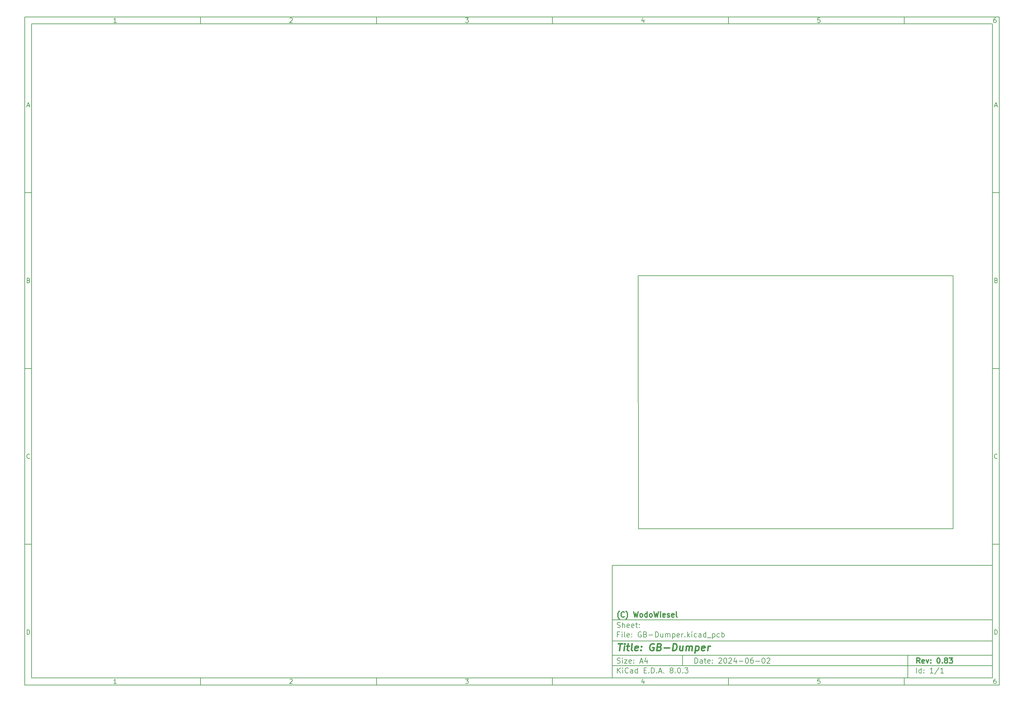
<source format=gbr>
%TF.GenerationSoftware,KiCad,Pcbnew,8.0.3*%
%TF.CreationDate,2024-06-28T19:00:12+02:00*%
%TF.ProjectId,GB-Dumper,47422d44-756d-4706-9572-2e6b69636164,0.83*%
%TF.SameCoordinates,PXafee930PY945b7e0*%
%TF.FileFunction,Other,User*%
%FSLAX46Y46*%
G04 Gerber Fmt 4.6, Leading zero omitted, Abs format (unit mm)*
G04 Created by KiCad (PCBNEW 8.0.3) date 2024-06-28 19:00:12*
%MOMM*%
%LPD*%
G01*
G04 APERTURE LIST*
%ADD10C,0.100000*%
%ADD11C,0.150000*%
%ADD12C,0.300000*%
%ADD13C,0.400000*%
%TA.AperFunction,Profile*%
%ADD14C,0.150000*%
%TD*%
G04 APERTURE END LIST*
D10*
D11*
X-7475800Y-10443200D02*
X100524200Y-10443200D01*
X100524200Y-42443200D01*
X-7475800Y-42443200D01*
X-7475800Y-10443200D01*
D10*
D11*
X-174478000Y145564000D02*
X102524200Y145564000D01*
X102524200Y-44443200D01*
X-174478000Y-44443200D01*
X-174478000Y145564000D01*
D10*
D11*
X-172478000Y143564000D02*
X100524200Y143564000D01*
X100524200Y-42443200D01*
X-172478000Y-42443200D01*
X-172478000Y143564000D01*
D10*
D11*
X-124478000Y143564000D02*
X-124478000Y145564000D01*
D10*
D11*
X-74478000Y143564000D02*
X-74478000Y145564000D01*
D10*
D11*
X-24478000Y143564000D02*
X-24478000Y145564000D01*
D10*
D11*
X25522000Y143564000D02*
X25522000Y145564000D01*
D10*
D11*
X75522000Y143564000D02*
X75522000Y145564000D01*
D10*
D11*
X-148388840Y143970396D02*
X-149131697Y143970396D01*
X-148760269Y143970396D02*
X-148760269Y145270396D01*
X-148760269Y145270396D02*
X-148884078Y145084681D01*
X-148884078Y145084681D02*
X-149007888Y144960872D01*
X-149007888Y144960872D02*
X-149131697Y144898967D01*
D10*
D11*
X-99131697Y145146586D02*
X-99069793Y145208491D01*
X-99069793Y145208491D02*
X-98945983Y145270396D01*
X-98945983Y145270396D02*
X-98636459Y145270396D01*
X-98636459Y145270396D02*
X-98512650Y145208491D01*
X-98512650Y145208491D02*
X-98450745Y145146586D01*
X-98450745Y145146586D02*
X-98388840Y145022777D01*
X-98388840Y145022777D02*
X-98388840Y144898967D01*
X-98388840Y144898967D02*
X-98450745Y144713253D01*
X-98450745Y144713253D02*
X-99193602Y143970396D01*
X-99193602Y143970396D02*
X-98388840Y143970396D01*
D10*
D11*
X-49193602Y145270396D02*
X-48388840Y145270396D01*
X-48388840Y145270396D02*
X-48822174Y144775158D01*
X-48822174Y144775158D02*
X-48636459Y144775158D01*
X-48636459Y144775158D02*
X-48512650Y144713253D01*
X-48512650Y144713253D02*
X-48450745Y144651348D01*
X-48450745Y144651348D02*
X-48388840Y144527539D01*
X-48388840Y144527539D02*
X-48388840Y144218015D01*
X-48388840Y144218015D02*
X-48450745Y144094205D01*
X-48450745Y144094205D02*
X-48512650Y144032300D01*
X-48512650Y144032300D02*
X-48636459Y143970396D01*
X-48636459Y143970396D02*
X-49007888Y143970396D01*
X-49007888Y143970396D02*
X-49131697Y144032300D01*
X-49131697Y144032300D02*
X-49193602Y144094205D01*
D10*
D11*
X1487350Y144837062D02*
X1487350Y143970396D01*
X1177826Y145332300D02*
X868303Y144403729D01*
X868303Y144403729D02*
X1673064Y144403729D01*
D10*
D11*
X51549255Y145270396D02*
X50930207Y145270396D01*
X50930207Y145270396D02*
X50868303Y144651348D01*
X50868303Y144651348D02*
X50930207Y144713253D01*
X50930207Y144713253D02*
X51054017Y144775158D01*
X51054017Y144775158D02*
X51363541Y144775158D01*
X51363541Y144775158D02*
X51487350Y144713253D01*
X51487350Y144713253D02*
X51549255Y144651348D01*
X51549255Y144651348D02*
X51611160Y144527539D01*
X51611160Y144527539D02*
X51611160Y144218015D01*
X51611160Y144218015D02*
X51549255Y144094205D01*
X51549255Y144094205D02*
X51487350Y144032300D01*
X51487350Y144032300D02*
X51363541Y143970396D01*
X51363541Y143970396D02*
X51054017Y143970396D01*
X51054017Y143970396D02*
X50930207Y144032300D01*
X50930207Y144032300D02*
X50868303Y144094205D01*
D10*
D11*
X101487350Y145270396D02*
X101239731Y145270396D01*
X101239731Y145270396D02*
X101115922Y145208491D01*
X101115922Y145208491D02*
X101054017Y145146586D01*
X101054017Y145146586D02*
X100930207Y144960872D01*
X100930207Y144960872D02*
X100868303Y144713253D01*
X100868303Y144713253D02*
X100868303Y144218015D01*
X100868303Y144218015D02*
X100930207Y144094205D01*
X100930207Y144094205D02*
X100992112Y144032300D01*
X100992112Y144032300D02*
X101115922Y143970396D01*
X101115922Y143970396D02*
X101363541Y143970396D01*
X101363541Y143970396D02*
X101487350Y144032300D01*
X101487350Y144032300D02*
X101549255Y144094205D01*
X101549255Y144094205D02*
X101611160Y144218015D01*
X101611160Y144218015D02*
X101611160Y144527539D01*
X101611160Y144527539D02*
X101549255Y144651348D01*
X101549255Y144651348D02*
X101487350Y144713253D01*
X101487350Y144713253D02*
X101363541Y144775158D01*
X101363541Y144775158D02*
X101115922Y144775158D01*
X101115922Y144775158D02*
X100992112Y144713253D01*
X100992112Y144713253D02*
X100930207Y144651348D01*
X100930207Y144651348D02*
X100868303Y144527539D01*
D10*
D11*
X-124478000Y-42443200D02*
X-124478000Y-44443200D01*
D10*
D11*
X-74478000Y-42443200D02*
X-74478000Y-44443200D01*
D10*
D11*
X-24478000Y-42443200D02*
X-24478000Y-44443200D01*
D10*
D11*
X25522000Y-42443200D02*
X25522000Y-44443200D01*
D10*
D11*
X75522000Y-42443200D02*
X75522000Y-44443200D01*
D10*
D11*
X-148388840Y-44036804D02*
X-149131697Y-44036804D01*
X-148760269Y-44036804D02*
X-148760269Y-42736804D01*
X-148760269Y-42736804D02*
X-148884078Y-42922519D01*
X-148884078Y-42922519D02*
X-149007888Y-43046328D01*
X-149007888Y-43046328D02*
X-149131697Y-43108233D01*
D10*
D11*
X-99131697Y-42860614D02*
X-99069793Y-42798709D01*
X-99069793Y-42798709D02*
X-98945983Y-42736804D01*
X-98945983Y-42736804D02*
X-98636459Y-42736804D01*
X-98636459Y-42736804D02*
X-98512650Y-42798709D01*
X-98512650Y-42798709D02*
X-98450745Y-42860614D01*
X-98450745Y-42860614D02*
X-98388840Y-42984423D01*
X-98388840Y-42984423D02*
X-98388840Y-43108233D01*
X-98388840Y-43108233D02*
X-98450745Y-43293947D01*
X-98450745Y-43293947D02*
X-99193602Y-44036804D01*
X-99193602Y-44036804D02*
X-98388840Y-44036804D01*
D10*
D11*
X-49193602Y-42736804D02*
X-48388840Y-42736804D01*
X-48388840Y-42736804D02*
X-48822174Y-43232042D01*
X-48822174Y-43232042D02*
X-48636459Y-43232042D01*
X-48636459Y-43232042D02*
X-48512650Y-43293947D01*
X-48512650Y-43293947D02*
X-48450745Y-43355852D01*
X-48450745Y-43355852D02*
X-48388840Y-43479661D01*
X-48388840Y-43479661D02*
X-48388840Y-43789185D01*
X-48388840Y-43789185D02*
X-48450745Y-43912995D01*
X-48450745Y-43912995D02*
X-48512650Y-43974900D01*
X-48512650Y-43974900D02*
X-48636459Y-44036804D01*
X-48636459Y-44036804D02*
X-49007888Y-44036804D01*
X-49007888Y-44036804D02*
X-49131697Y-43974900D01*
X-49131697Y-43974900D02*
X-49193602Y-43912995D01*
D10*
D11*
X1487350Y-43170138D02*
X1487350Y-44036804D01*
X1177826Y-42674900D02*
X868303Y-43603471D01*
X868303Y-43603471D02*
X1673064Y-43603471D01*
D10*
D11*
X51549255Y-42736804D02*
X50930207Y-42736804D01*
X50930207Y-42736804D02*
X50868303Y-43355852D01*
X50868303Y-43355852D02*
X50930207Y-43293947D01*
X50930207Y-43293947D02*
X51054017Y-43232042D01*
X51054017Y-43232042D02*
X51363541Y-43232042D01*
X51363541Y-43232042D02*
X51487350Y-43293947D01*
X51487350Y-43293947D02*
X51549255Y-43355852D01*
X51549255Y-43355852D02*
X51611160Y-43479661D01*
X51611160Y-43479661D02*
X51611160Y-43789185D01*
X51611160Y-43789185D02*
X51549255Y-43912995D01*
X51549255Y-43912995D02*
X51487350Y-43974900D01*
X51487350Y-43974900D02*
X51363541Y-44036804D01*
X51363541Y-44036804D02*
X51054017Y-44036804D01*
X51054017Y-44036804D02*
X50930207Y-43974900D01*
X50930207Y-43974900D02*
X50868303Y-43912995D01*
D10*
D11*
X101487350Y-42736804D02*
X101239731Y-42736804D01*
X101239731Y-42736804D02*
X101115922Y-42798709D01*
X101115922Y-42798709D02*
X101054017Y-42860614D01*
X101054017Y-42860614D02*
X100930207Y-43046328D01*
X100930207Y-43046328D02*
X100868303Y-43293947D01*
X100868303Y-43293947D02*
X100868303Y-43789185D01*
X100868303Y-43789185D02*
X100930207Y-43912995D01*
X100930207Y-43912995D02*
X100992112Y-43974900D01*
X100992112Y-43974900D02*
X101115922Y-44036804D01*
X101115922Y-44036804D02*
X101363541Y-44036804D01*
X101363541Y-44036804D02*
X101487350Y-43974900D01*
X101487350Y-43974900D02*
X101549255Y-43912995D01*
X101549255Y-43912995D02*
X101611160Y-43789185D01*
X101611160Y-43789185D02*
X101611160Y-43479661D01*
X101611160Y-43479661D02*
X101549255Y-43355852D01*
X101549255Y-43355852D02*
X101487350Y-43293947D01*
X101487350Y-43293947D02*
X101363541Y-43232042D01*
X101363541Y-43232042D02*
X101115922Y-43232042D01*
X101115922Y-43232042D02*
X100992112Y-43293947D01*
X100992112Y-43293947D02*
X100930207Y-43355852D01*
X100930207Y-43355852D02*
X100868303Y-43479661D01*
D10*
D11*
X-174478000Y95564000D02*
X-172478000Y95564000D01*
D10*
D11*
X-174478000Y45564000D02*
X-172478000Y45564000D01*
D10*
D11*
X-174478000Y-4436000D02*
X-172478000Y-4436000D01*
D10*
D11*
X-173787524Y120341824D02*
X-173168477Y120341824D01*
X-173911334Y119970396D02*
X-173478001Y121270396D01*
X-173478001Y121270396D02*
X-173044667Y119970396D01*
D10*
D11*
X-173385143Y70651348D02*
X-173199429Y70589443D01*
X-173199429Y70589443D02*
X-173137524Y70527539D01*
X-173137524Y70527539D02*
X-173075620Y70403729D01*
X-173075620Y70403729D02*
X-173075620Y70218015D01*
X-173075620Y70218015D02*
X-173137524Y70094205D01*
X-173137524Y70094205D02*
X-173199429Y70032300D01*
X-173199429Y70032300D02*
X-173323239Y69970396D01*
X-173323239Y69970396D02*
X-173818477Y69970396D01*
X-173818477Y69970396D02*
X-173818477Y71270396D01*
X-173818477Y71270396D02*
X-173385143Y71270396D01*
X-173385143Y71270396D02*
X-173261334Y71208491D01*
X-173261334Y71208491D02*
X-173199429Y71146586D01*
X-173199429Y71146586D02*
X-173137524Y71022777D01*
X-173137524Y71022777D02*
X-173137524Y70898967D01*
X-173137524Y70898967D02*
X-173199429Y70775158D01*
X-173199429Y70775158D02*
X-173261334Y70713253D01*
X-173261334Y70713253D02*
X-173385143Y70651348D01*
X-173385143Y70651348D02*
X-173818477Y70651348D01*
D10*
D11*
X-173075620Y20094205D02*
X-173137524Y20032300D01*
X-173137524Y20032300D02*
X-173323239Y19970396D01*
X-173323239Y19970396D02*
X-173447048Y19970396D01*
X-173447048Y19970396D02*
X-173632762Y20032300D01*
X-173632762Y20032300D02*
X-173756572Y20156110D01*
X-173756572Y20156110D02*
X-173818477Y20279920D01*
X-173818477Y20279920D02*
X-173880381Y20527539D01*
X-173880381Y20527539D02*
X-173880381Y20713253D01*
X-173880381Y20713253D02*
X-173818477Y20960872D01*
X-173818477Y20960872D02*
X-173756572Y21084681D01*
X-173756572Y21084681D02*
X-173632762Y21208491D01*
X-173632762Y21208491D02*
X-173447048Y21270396D01*
X-173447048Y21270396D02*
X-173323239Y21270396D01*
X-173323239Y21270396D02*
X-173137524Y21208491D01*
X-173137524Y21208491D02*
X-173075620Y21146586D01*
D10*
D11*
X-173818477Y-30029604D02*
X-173818477Y-28729604D01*
X-173818477Y-28729604D02*
X-173508953Y-28729604D01*
X-173508953Y-28729604D02*
X-173323239Y-28791509D01*
X-173323239Y-28791509D02*
X-173199429Y-28915319D01*
X-173199429Y-28915319D02*
X-173137524Y-29039128D01*
X-173137524Y-29039128D02*
X-173075620Y-29286747D01*
X-173075620Y-29286747D02*
X-173075620Y-29472461D01*
X-173075620Y-29472461D02*
X-173137524Y-29720080D01*
X-173137524Y-29720080D02*
X-173199429Y-29843890D01*
X-173199429Y-29843890D02*
X-173323239Y-29967700D01*
X-173323239Y-29967700D02*
X-173508953Y-30029604D01*
X-173508953Y-30029604D02*
X-173818477Y-30029604D01*
D10*
D11*
X102524200Y95564000D02*
X100524200Y95564000D01*
D10*
D11*
X102524200Y45564000D02*
X100524200Y45564000D01*
D10*
D11*
X102524200Y-4436000D02*
X100524200Y-4436000D01*
D10*
D11*
X101214676Y120341824D02*
X101833723Y120341824D01*
X101090866Y119970396D02*
X101524199Y121270396D01*
X101524199Y121270396D02*
X101957533Y119970396D01*
D10*
D11*
X101617057Y70651348D02*
X101802771Y70589443D01*
X101802771Y70589443D02*
X101864676Y70527539D01*
X101864676Y70527539D02*
X101926580Y70403729D01*
X101926580Y70403729D02*
X101926580Y70218015D01*
X101926580Y70218015D02*
X101864676Y70094205D01*
X101864676Y70094205D02*
X101802771Y70032300D01*
X101802771Y70032300D02*
X101678961Y69970396D01*
X101678961Y69970396D02*
X101183723Y69970396D01*
X101183723Y69970396D02*
X101183723Y71270396D01*
X101183723Y71270396D02*
X101617057Y71270396D01*
X101617057Y71270396D02*
X101740866Y71208491D01*
X101740866Y71208491D02*
X101802771Y71146586D01*
X101802771Y71146586D02*
X101864676Y71022777D01*
X101864676Y71022777D02*
X101864676Y70898967D01*
X101864676Y70898967D02*
X101802771Y70775158D01*
X101802771Y70775158D02*
X101740866Y70713253D01*
X101740866Y70713253D02*
X101617057Y70651348D01*
X101617057Y70651348D02*
X101183723Y70651348D01*
D10*
D11*
X101926580Y20094205D02*
X101864676Y20032300D01*
X101864676Y20032300D02*
X101678961Y19970396D01*
X101678961Y19970396D02*
X101555152Y19970396D01*
X101555152Y19970396D02*
X101369438Y20032300D01*
X101369438Y20032300D02*
X101245628Y20156110D01*
X101245628Y20156110D02*
X101183723Y20279920D01*
X101183723Y20279920D02*
X101121819Y20527539D01*
X101121819Y20527539D02*
X101121819Y20713253D01*
X101121819Y20713253D02*
X101183723Y20960872D01*
X101183723Y20960872D02*
X101245628Y21084681D01*
X101245628Y21084681D02*
X101369438Y21208491D01*
X101369438Y21208491D02*
X101555152Y21270396D01*
X101555152Y21270396D02*
X101678961Y21270396D01*
X101678961Y21270396D02*
X101864676Y21208491D01*
X101864676Y21208491D02*
X101926580Y21146586D01*
D10*
D11*
X101183723Y-30029604D02*
X101183723Y-28729604D01*
X101183723Y-28729604D02*
X101493247Y-28729604D01*
X101493247Y-28729604D02*
X101678961Y-28791509D01*
X101678961Y-28791509D02*
X101802771Y-28915319D01*
X101802771Y-28915319D02*
X101864676Y-29039128D01*
X101864676Y-29039128D02*
X101926580Y-29286747D01*
X101926580Y-29286747D02*
X101926580Y-29472461D01*
X101926580Y-29472461D02*
X101864676Y-29720080D01*
X101864676Y-29720080D02*
X101802771Y-29843890D01*
X101802771Y-29843890D02*
X101678961Y-29967700D01*
X101678961Y-29967700D02*
X101493247Y-30029604D01*
X101493247Y-30029604D02*
X101183723Y-30029604D01*
D10*
D11*
X15980026Y-38229328D02*
X15980026Y-36729328D01*
X15980026Y-36729328D02*
X16337169Y-36729328D01*
X16337169Y-36729328D02*
X16551455Y-36800757D01*
X16551455Y-36800757D02*
X16694312Y-36943614D01*
X16694312Y-36943614D02*
X16765741Y-37086471D01*
X16765741Y-37086471D02*
X16837169Y-37372185D01*
X16837169Y-37372185D02*
X16837169Y-37586471D01*
X16837169Y-37586471D02*
X16765741Y-37872185D01*
X16765741Y-37872185D02*
X16694312Y-38015042D01*
X16694312Y-38015042D02*
X16551455Y-38157900D01*
X16551455Y-38157900D02*
X16337169Y-38229328D01*
X16337169Y-38229328D02*
X15980026Y-38229328D01*
X18122884Y-38229328D02*
X18122884Y-37443614D01*
X18122884Y-37443614D02*
X18051455Y-37300757D01*
X18051455Y-37300757D02*
X17908598Y-37229328D01*
X17908598Y-37229328D02*
X17622884Y-37229328D01*
X17622884Y-37229328D02*
X17480026Y-37300757D01*
X18122884Y-38157900D02*
X17980026Y-38229328D01*
X17980026Y-38229328D02*
X17622884Y-38229328D01*
X17622884Y-38229328D02*
X17480026Y-38157900D01*
X17480026Y-38157900D02*
X17408598Y-38015042D01*
X17408598Y-38015042D02*
X17408598Y-37872185D01*
X17408598Y-37872185D02*
X17480026Y-37729328D01*
X17480026Y-37729328D02*
X17622884Y-37657900D01*
X17622884Y-37657900D02*
X17980026Y-37657900D01*
X17980026Y-37657900D02*
X18122884Y-37586471D01*
X18622884Y-37229328D02*
X19194312Y-37229328D01*
X18837169Y-36729328D02*
X18837169Y-38015042D01*
X18837169Y-38015042D02*
X18908598Y-38157900D01*
X18908598Y-38157900D02*
X19051455Y-38229328D01*
X19051455Y-38229328D02*
X19194312Y-38229328D01*
X20265741Y-38157900D02*
X20122884Y-38229328D01*
X20122884Y-38229328D02*
X19837170Y-38229328D01*
X19837170Y-38229328D02*
X19694312Y-38157900D01*
X19694312Y-38157900D02*
X19622884Y-38015042D01*
X19622884Y-38015042D02*
X19622884Y-37443614D01*
X19622884Y-37443614D02*
X19694312Y-37300757D01*
X19694312Y-37300757D02*
X19837170Y-37229328D01*
X19837170Y-37229328D02*
X20122884Y-37229328D01*
X20122884Y-37229328D02*
X20265741Y-37300757D01*
X20265741Y-37300757D02*
X20337170Y-37443614D01*
X20337170Y-37443614D02*
X20337170Y-37586471D01*
X20337170Y-37586471D02*
X19622884Y-37729328D01*
X20980026Y-38086471D02*
X21051455Y-38157900D01*
X21051455Y-38157900D02*
X20980026Y-38229328D01*
X20980026Y-38229328D02*
X20908598Y-38157900D01*
X20908598Y-38157900D02*
X20980026Y-38086471D01*
X20980026Y-38086471D02*
X20980026Y-38229328D01*
X20980026Y-37300757D02*
X21051455Y-37372185D01*
X21051455Y-37372185D02*
X20980026Y-37443614D01*
X20980026Y-37443614D02*
X20908598Y-37372185D01*
X20908598Y-37372185D02*
X20980026Y-37300757D01*
X20980026Y-37300757D02*
X20980026Y-37443614D01*
X22765741Y-36872185D02*
X22837169Y-36800757D01*
X22837169Y-36800757D02*
X22980027Y-36729328D01*
X22980027Y-36729328D02*
X23337169Y-36729328D01*
X23337169Y-36729328D02*
X23480027Y-36800757D01*
X23480027Y-36800757D02*
X23551455Y-36872185D01*
X23551455Y-36872185D02*
X23622884Y-37015042D01*
X23622884Y-37015042D02*
X23622884Y-37157900D01*
X23622884Y-37157900D02*
X23551455Y-37372185D01*
X23551455Y-37372185D02*
X22694312Y-38229328D01*
X22694312Y-38229328D02*
X23622884Y-38229328D01*
X24551455Y-36729328D02*
X24694312Y-36729328D01*
X24694312Y-36729328D02*
X24837169Y-36800757D01*
X24837169Y-36800757D02*
X24908598Y-36872185D01*
X24908598Y-36872185D02*
X24980026Y-37015042D01*
X24980026Y-37015042D02*
X25051455Y-37300757D01*
X25051455Y-37300757D02*
X25051455Y-37657900D01*
X25051455Y-37657900D02*
X24980026Y-37943614D01*
X24980026Y-37943614D02*
X24908598Y-38086471D01*
X24908598Y-38086471D02*
X24837169Y-38157900D01*
X24837169Y-38157900D02*
X24694312Y-38229328D01*
X24694312Y-38229328D02*
X24551455Y-38229328D01*
X24551455Y-38229328D02*
X24408598Y-38157900D01*
X24408598Y-38157900D02*
X24337169Y-38086471D01*
X24337169Y-38086471D02*
X24265740Y-37943614D01*
X24265740Y-37943614D02*
X24194312Y-37657900D01*
X24194312Y-37657900D02*
X24194312Y-37300757D01*
X24194312Y-37300757D02*
X24265740Y-37015042D01*
X24265740Y-37015042D02*
X24337169Y-36872185D01*
X24337169Y-36872185D02*
X24408598Y-36800757D01*
X24408598Y-36800757D02*
X24551455Y-36729328D01*
X25622883Y-36872185D02*
X25694311Y-36800757D01*
X25694311Y-36800757D02*
X25837169Y-36729328D01*
X25837169Y-36729328D02*
X26194311Y-36729328D01*
X26194311Y-36729328D02*
X26337169Y-36800757D01*
X26337169Y-36800757D02*
X26408597Y-36872185D01*
X26408597Y-36872185D02*
X26480026Y-37015042D01*
X26480026Y-37015042D02*
X26480026Y-37157900D01*
X26480026Y-37157900D02*
X26408597Y-37372185D01*
X26408597Y-37372185D02*
X25551454Y-38229328D01*
X25551454Y-38229328D02*
X26480026Y-38229328D01*
X27765740Y-37229328D02*
X27765740Y-38229328D01*
X27408597Y-36657900D02*
X27051454Y-37729328D01*
X27051454Y-37729328D02*
X27980025Y-37729328D01*
X28551453Y-37657900D02*
X29694311Y-37657900D01*
X30694311Y-36729328D02*
X30837168Y-36729328D01*
X30837168Y-36729328D02*
X30980025Y-36800757D01*
X30980025Y-36800757D02*
X31051454Y-36872185D01*
X31051454Y-36872185D02*
X31122882Y-37015042D01*
X31122882Y-37015042D02*
X31194311Y-37300757D01*
X31194311Y-37300757D02*
X31194311Y-37657900D01*
X31194311Y-37657900D02*
X31122882Y-37943614D01*
X31122882Y-37943614D02*
X31051454Y-38086471D01*
X31051454Y-38086471D02*
X30980025Y-38157900D01*
X30980025Y-38157900D02*
X30837168Y-38229328D01*
X30837168Y-38229328D02*
X30694311Y-38229328D01*
X30694311Y-38229328D02*
X30551454Y-38157900D01*
X30551454Y-38157900D02*
X30480025Y-38086471D01*
X30480025Y-38086471D02*
X30408596Y-37943614D01*
X30408596Y-37943614D02*
X30337168Y-37657900D01*
X30337168Y-37657900D02*
X30337168Y-37300757D01*
X30337168Y-37300757D02*
X30408596Y-37015042D01*
X30408596Y-37015042D02*
X30480025Y-36872185D01*
X30480025Y-36872185D02*
X30551454Y-36800757D01*
X30551454Y-36800757D02*
X30694311Y-36729328D01*
X32480025Y-36729328D02*
X32194310Y-36729328D01*
X32194310Y-36729328D02*
X32051453Y-36800757D01*
X32051453Y-36800757D02*
X31980025Y-36872185D01*
X31980025Y-36872185D02*
X31837167Y-37086471D01*
X31837167Y-37086471D02*
X31765739Y-37372185D01*
X31765739Y-37372185D02*
X31765739Y-37943614D01*
X31765739Y-37943614D02*
X31837167Y-38086471D01*
X31837167Y-38086471D02*
X31908596Y-38157900D01*
X31908596Y-38157900D02*
X32051453Y-38229328D01*
X32051453Y-38229328D02*
X32337167Y-38229328D01*
X32337167Y-38229328D02*
X32480025Y-38157900D01*
X32480025Y-38157900D02*
X32551453Y-38086471D01*
X32551453Y-38086471D02*
X32622882Y-37943614D01*
X32622882Y-37943614D02*
X32622882Y-37586471D01*
X32622882Y-37586471D02*
X32551453Y-37443614D01*
X32551453Y-37443614D02*
X32480025Y-37372185D01*
X32480025Y-37372185D02*
X32337167Y-37300757D01*
X32337167Y-37300757D02*
X32051453Y-37300757D01*
X32051453Y-37300757D02*
X31908596Y-37372185D01*
X31908596Y-37372185D02*
X31837167Y-37443614D01*
X31837167Y-37443614D02*
X31765739Y-37586471D01*
X33265738Y-37657900D02*
X34408596Y-37657900D01*
X35408596Y-36729328D02*
X35551453Y-36729328D01*
X35551453Y-36729328D02*
X35694310Y-36800757D01*
X35694310Y-36800757D02*
X35765739Y-36872185D01*
X35765739Y-36872185D02*
X35837167Y-37015042D01*
X35837167Y-37015042D02*
X35908596Y-37300757D01*
X35908596Y-37300757D02*
X35908596Y-37657900D01*
X35908596Y-37657900D02*
X35837167Y-37943614D01*
X35837167Y-37943614D02*
X35765739Y-38086471D01*
X35765739Y-38086471D02*
X35694310Y-38157900D01*
X35694310Y-38157900D02*
X35551453Y-38229328D01*
X35551453Y-38229328D02*
X35408596Y-38229328D01*
X35408596Y-38229328D02*
X35265739Y-38157900D01*
X35265739Y-38157900D02*
X35194310Y-38086471D01*
X35194310Y-38086471D02*
X35122881Y-37943614D01*
X35122881Y-37943614D02*
X35051453Y-37657900D01*
X35051453Y-37657900D02*
X35051453Y-37300757D01*
X35051453Y-37300757D02*
X35122881Y-37015042D01*
X35122881Y-37015042D02*
X35194310Y-36872185D01*
X35194310Y-36872185D02*
X35265739Y-36800757D01*
X35265739Y-36800757D02*
X35408596Y-36729328D01*
X36480024Y-36872185D02*
X36551452Y-36800757D01*
X36551452Y-36800757D02*
X36694310Y-36729328D01*
X36694310Y-36729328D02*
X37051452Y-36729328D01*
X37051452Y-36729328D02*
X37194310Y-36800757D01*
X37194310Y-36800757D02*
X37265738Y-36872185D01*
X37265738Y-36872185D02*
X37337167Y-37015042D01*
X37337167Y-37015042D02*
X37337167Y-37157900D01*
X37337167Y-37157900D02*
X37265738Y-37372185D01*
X37265738Y-37372185D02*
X36408595Y-38229328D01*
X36408595Y-38229328D02*
X37337167Y-38229328D01*
D10*
D11*
X-7475800Y-38943200D02*
X100524200Y-38943200D01*
D10*
D11*
X-6019974Y-41029328D02*
X-6019974Y-39529328D01*
X-5162831Y-41029328D02*
X-5805688Y-40172185D01*
X-5162831Y-39529328D02*
X-6019974Y-40386471D01*
X-4519974Y-41029328D02*
X-4519974Y-40029328D01*
X-4519974Y-39529328D02*
X-4591402Y-39600757D01*
X-4591402Y-39600757D02*
X-4519974Y-39672185D01*
X-4519974Y-39672185D02*
X-4448545Y-39600757D01*
X-4448545Y-39600757D02*
X-4519974Y-39529328D01*
X-4519974Y-39529328D02*
X-4519974Y-39672185D01*
X-2948545Y-40886471D02*
X-3019973Y-40957900D01*
X-3019973Y-40957900D02*
X-3234259Y-41029328D01*
X-3234259Y-41029328D02*
X-3377116Y-41029328D01*
X-3377116Y-41029328D02*
X-3591402Y-40957900D01*
X-3591402Y-40957900D02*
X-3734259Y-40815042D01*
X-3734259Y-40815042D02*
X-3805688Y-40672185D01*
X-3805688Y-40672185D02*
X-3877116Y-40386471D01*
X-3877116Y-40386471D02*
X-3877116Y-40172185D01*
X-3877116Y-40172185D02*
X-3805688Y-39886471D01*
X-3805688Y-39886471D02*
X-3734259Y-39743614D01*
X-3734259Y-39743614D02*
X-3591402Y-39600757D01*
X-3591402Y-39600757D02*
X-3377116Y-39529328D01*
X-3377116Y-39529328D02*
X-3234259Y-39529328D01*
X-3234259Y-39529328D02*
X-3019973Y-39600757D01*
X-3019973Y-39600757D02*
X-2948545Y-39672185D01*
X-1662830Y-41029328D02*
X-1662830Y-40243614D01*
X-1662830Y-40243614D02*
X-1734259Y-40100757D01*
X-1734259Y-40100757D02*
X-1877116Y-40029328D01*
X-1877116Y-40029328D02*
X-2162830Y-40029328D01*
X-2162830Y-40029328D02*
X-2305688Y-40100757D01*
X-1662830Y-40957900D02*
X-1805688Y-41029328D01*
X-1805688Y-41029328D02*
X-2162830Y-41029328D01*
X-2162830Y-41029328D02*
X-2305688Y-40957900D01*
X-2305688Y-40957900D02*
X-2377116Y-40815042D01*
X-2377116Y-40815042D02*
X-2377116Y-40672185D01*
X-2377116Y-40672185D02*
X-2305688Y-40529328D01*
X-2305688Y-40529328D02*
X-2162830Y-40457900D01*
X-2162830Y-40457900D02*
X-1805688Y-40457900D01*
X-1805688Y-40457900D02*
X-1662830Y-40386471D01*
X-305687Y-41029328D02*
X-305687Y-39529328D01*
X-305687Y-40957900D02*
X-448545Y-41029328D01*
X-448545Y-41029328D02*
X-734259Y-41029328D01*
X-734259Y-41029328D02*
X-877116Y-40957900D01*
X-877116Y-40957900D02*
X-948545Y-40886471D01*
X-948545Y-40886471D02*
X-1019973Y-40743614D01*
X-1019973Y-40743614D02*
X-1019973Y-40315042D01*
X-1019973Y-40315042D02*
X-948545Y-40172185D01*
X-948545Y-40172185D02*
X-877116Y-40100757D01*
X-877116Y-40100757D02*
X-734259Y-40029328D01*
X-734259Y-40029328D02*
X-448545Y-40029328D01*
X-448545Y-40029328D02*
X-305687Y-40100757D01*
X1551455Y-40243614D02*
X2051455Y-40243614D01*
X2265741Y-41029328D02*
X1551455Y-41029328D01*
X1551455Y-41029328D02*
X1551455Y-39529328D01*
X1551455Y-39529328D02*
X2265741Y-39529328D01*
X2908598Y-40886471D02*
X2980027Y-40957900D01*
X2980027Y-40957900D02*
X2908598Y-41029328D01*
X2908598Y-41029328D02*
X2837170Y-40957900D01*
X2837170Y-40957900D02*
X2908598Y-40886471D01*
X2908598Y-40886471D02*
X2908598Y-41029328D01*
X3622884Y-41029328D02*
X3622884Y-39529328D01*
X3622884Y-39529328D02*
X3980027Y-39529328D01*
X3980027Y-39529328D02*
X4194313Y-39600757D01*
X4194313Y-39600757D02*
X4337170Y-39743614D01*
X4337170Y-39743614D02*
X4408599Y-39886471D01*
X4408599Y-39886471D02*
X4480027Y-40172185D01*
X4480027Y-40172185D02*
X4480027Y-40386471D01*
X4480027Y-40386471D02*
X4408599Y-40672185D01*
X4408599Y-40672185D02*
X4337170Y-40815042D01*
X4337170Y-40815042D02*
X4194313Y-40957900D01*
X4194313Y-40957900D02*
X3980027Y-41029328D01*
X3980027Y-41029328D02*
X3622884Y-41029328D01*
X5122884Y-40886471D02*
X5194313Y-40957900D01*
X5194313Y-40957900D02*
X5122884Y-41029328D01*
X5122884Y-41029328D02*
X5051456Y-40957900D01*
X5051456Y-40957900D02*
X5122884Y-40886471D01*
X5122884Y-40886471D02*
X5122884Y-41029328D01*
X5765742Y-40600757D02*
X6480028Y-40600757D01*
X5622885Y-41029328D02*
X6122885Y-39529328D01*
X6122885Y-39529328D02*
X6622885Y-41029328D01*
X7122884Y-40886471D02*
X7194313Y-40957900D01*
X7194313Y-40957900D02*
X7122884Y-41029328D01*
X7122884Y-41029328D02*
X7051456Y-40957900D01*
X7051456Y-40957900D02*
X7122884Y-40886471D01*
X7122884Y-40886471D02*
X7122884Y-41029328D01*
X9194313Y-40172185D02*
X9051456Y-40100757D01*
X9051456Y-40100757D02*
X8980027Y-40029328D01*
X8980027Y-40029328D02*
X8908599Y-39886471D01*
X8908599Y-39886471D02*
X8908599Y-39815042D01*
X8908599Y-39815042D02*
X8980027Y-39672185D01*
X8980027Y-39672185D02*
X9051456Y-39600757D01*
X9051456Y-39600757D02*
X9194313Y-39529328D01*
X9194313Y-39529328D02*
X9480027Y-39529328D01*
X9480027Y-39529328D02*
X9622885Y-39600757D01*
X9622885Y-39600757D02*
X9694313Y-39672185D01*
X9694313Y-39672185D02*
X9765742Y-39815042D01*
X9765742Y-39815042D02*
X9765742Y-39886471D01*
X9765742Y-39886471D02*
X9694313Y-40029328D01*
X9694313Y-40029328D02*
X9622885Y-40100757D01*
X9622885Y-40100757D02*
X9480027Y-40172185D01*
X9480027Y-40172185D02*
X9194313Y-40172185D01*
X9194313Y-40172185D02*
X9051456Y-40243614D01*
X9051456Y-40243614D02*
X8980027Y-40315042D01*
X8980027Y-40315042D02*
X8908599Y-40457900D01*
X8908599Y-40457900D02*
X8908599Y-40743614D01*
X8908599Y-40743614D02*
X8980027Y-40886471D01*
X8980027Y-40886471D02*
X9051456Y-40957900D01*
X9051456Y-40957900D02*
X9194313Y-41029328D01*
X9194313Y-41029328D02*
X9480027Y-41029328D01*
X9480027Y-41029328D02*
X9622885Y-40957900D01*
X9622885Y-40957900D02*
X9694313Y-40886471D01*
X9694313Y-40886471D02*
X9765742Y-40743614D01*
X9765742Y-40743614D02*
X9765742Y-40457900D01*
X9765742Y-40457900D02*
X9694313Y-40315042D01*
X9694313Y-40315042D02*
X9622885Y-40243614D01*
X9622885Y-40243614D02*
X9480027Y-40172185D01*
X10408598Y-40886471D02*
X10480027Y-40957900D01*
X10480027Y-40957900D02*
X10408598Y-41029328D01*
X10408598Y-41029328D02*
X10337170Y-40957900D01*
X10337170Y-40957900D02*
X10408598Y-40886471D01*
X10408598Y-40886471D02*
X10408598Y-41029328D01*
X11408599Y-39529328D02*
X11551456Y-39529328D01*
X11551456Y-39529328D02*
X11694313Y-39600757D01*
X11694313Y-39600757D02*
X11765742Y-39672185D01*
X11765742Y-39672185D02*
X11837170Y-39815042D01*
X11837170Y-39815042D02*
X11908599Y-40100757D01*
X11908599Y-40100757D02*
X11908599Y-40457900D01*
X11908599Y-40457900D02*
X11837170Y-40743614D01*
X11837170Y-40743614D02*
X11765742Y-40886471D01*
X11765742Y-40886471D02*
X11694313Y-40957900D01*
X11694313Y-40957900D02*
X11551456Y-41029328D01*
X11551456Y-41029328D02*
X11408599Y-41029328D01*
X11408599Y-41029328D02*
X11265742Y-40957900D01*
X11265742Y-40957900D02*
X11194313Y-40886471D01*
X11194313Y-40886471D02*
X11122884Y-40743614D01*
X11122884Y-40743614D02*
X11051456Y-40457900D01*
X11051456Y-40457900D02*
X11051456Y-40100757D01*
X11051456Y-40100757D02*
X11122884Y-39815042D01*
X11122884Y-39815042D02*
X11194313Y-39672185D01*
X11194313Y-39672185D02*
X11265742Y-39600757D01*
X11265742Y-39600757D02*
X11408599Y-39529328D01*
X12551455Y-40886471D02*
X12622884Y-40957900D01*
X12622884Y-40957900D02*
X12551455Y-41029328D01*
X12551455Y-41029328D02*
X12480027Y-40957900D01*
X12480027Y-40957900D02*
X12551455Y-40886471D01*
X12551455Y-40886471D02*
X12551455Y-41029328D01*
X13122884Y-39529328D02*
X14051456Y-39529328D01*
X14051456Y-39529328D02*
X13551456Y-40100757D01*
X13551456Y-40100757D02*
X13765741Y-40100757D01*
X13765741Y-40100757D02*
X13908599Y-40172185D01*
X13908599Y-40172185D02*
X13980027Y-40243614D01*
X13980027Y-40243614D02*
X14051456Y-40386471D01*
X14051456Y-40386471D02*
X14051456Y-40743614D01*
X14051456Y-40743614D02*
X13980027Y-40886471D01*
X13980027Y-40886471D02*
X13908599Y-40957900D01*
X13908599Y-40957900D02*
X13765741Y-41029328D01*
X13765741Y-41029328D02*
X13337170Y-41029328D01*
X13337170Y-41029328D02*
X13194313Y-40957900D01*
X13194313Y-40957900D02*
X13122884Y-40886471D01*
D10*
D11*
X-7475800Y-35943200D02*
X100524200Y-35943200D01*
D10*
D12*
X79935853Y-38221528D02*
X79435853Y-37507242D01*
X79078710Y-38221528D02*
X79078710Y-36721528D01*
X79078710Y-36721528D02*
X79650139Y-36721528D01*
X79650139Y-36721528D02*
X79792996Y-36792957D01*
X79792996Y-36792957D02*
X79864425Y-36864385D01*
X79864425Y-36864385D02*
X79935853Y-37007242D01*
X79935853Y-37007242D02*
X79935853Y-37221528D01*
X79935853Y-37221528D02*
X79864425Y-37364385D01*
X79864425Y-37364385D02*
X79792996Y-37435814D01*
X79792996Y-37435814D02*
X79650139Y-37507242D01*
X79650139Y-37507242D02*
X79078710Y-37507242D01*
X81150139Y-38150100D02*
X81007282Y-38221528D01*
X81007282Y-38221528D02*
X80721568Y-38221528D01*
X80721568Y-38221528D02*
X80578710Y-38150100D01*
X80578710Y-38150100D02*
X80507282Y-38007242D01*
X80507282Y-38007242D02*
X80507282Y-37435814D01*
X80507282Y-37435814D02*
X80578710Y-37292957D01*
X80578710Y-37292957D02*
X80721568Y-37221528D01*
X80721568Y-37221528D02*
X81007282Y-37221528D01*
X81007282Y-37221528D02*
X81150139Y-37292957D01*
X81150139Y-37292957D02*
X81221568Y-37435814D01*
X81221568Y-37435814D02*
X81221568Y-37578671D01*
X81221568Y-37578671D02*
X80507282Y-37721528D01*
X81721567Y-37221528D02*
X82078710Y-38221528D01*
X82078710Y-38221528D02*
X82435853Y-37221528D01*
X83007281Y-38078671D02*
X83078710Y-38150100D01*
X83078710Y-38150100D02*
X83007281Y-38221528D01*
X83007281Y-38221528D02*
X82935853Y-38150100D01*
X82935853Y-38150100D02*
X83007281Y-38078671D01*
X83007281Y-38078671D02*
X83007281Y-38221528D01*
X83007281Y-37292957D02*
X83078710Y-37364385D01*
X83078710Y-37364385D02*
X83007281Y-37435814D01*
X83007281Y-37435814D02*
X82935853Y-37364385D01*
X82935853Y-37364385D02*
X83007281Y-37292957D01*
X83007281Y-37292957D02*
X83007281Y-37435814D01*
X85150139Y-36721528D02*
X85292996Y-36721528D01*
X85292996Y-36721528D02*
X85435853Y-36792957D01*
X85435853Y-36792957D02*
X85507282Y-36864385D01*
X85507282Y-36864385D02*
X85578710Y-37007242D01*
X85578710Y-37007242D02*
X85650139Y-37292957D01*
X85650139Y-37292957D02*
X85650139Y-37650100D01*
X85650139Y-37650100D02*
X85578710Y-37935814D01*
X85578710Y-37935814D02*
X85507282Y-38078671D01*
X85507282Y-38078671D02*
X85435853Y-38150100D01*
X85435853Y-38150100D02*
X85292996Y-38221528D01*
X85292996Y-38221528D02*
X85150139Y-38221528D01*
X85150139Y-38221528D02*
X85007282Y-38150100D01*
X85007282Y-38150100D02*
X84935853Y-38078671D01*
X84935853Y-38078671D02*
X84864424Y-37935814D01*
X84864424Y-37935814D02*
X84792996Y-37650100D01*
X84792996Y-37650100D02*
X84792996Y-37292957D01*
X84792996Y-37292957D02*
X84864424Y-37007242D01*
X84864424Y-37007242D02*
X84935853Y-36864385D01*
X84935853Y-36864385D02*
X85007282Y-36792957D01*
X85007282Y-36792957D02*
X85150139Y-36721528D01*
X86292995Y-38078671D02*
X86364424Y-38150100D01*
X86364424Y-38150100D02*
X86292995Y-38221528D01*
X86292995Y-38221528D02*
X86221567Y-38150100D01*
X86221567Y-38150100D02*
X86292995Y-38078671D01*
X86292995Y-38078671D02*
X86292995Y-38221528D01*
X87221567Y-37364385D02*
X87078710Y-37292957D01*
X87078710Y-37292957D02*
X87007281Y-37221528D01*
X87007281Y-37221528D02*
X86935853Y-37078671D01*
X86935853Y-37078671D02*
X86935853Y-37007242D01*
X86935853Y-37007242D02*
X87007281Y-36864385D01*
X87007281Y-36864385D02*
X87078710Y-36792957D01*
X87078710Y-36792957D02*
X87221567Y-36721528D01*
X87221567Y-36721528D02*
X87507281Y-36721528D01*
X87507281Y-36721528D02*
X87650139Y-36792957D01*
X87650139Y-36792957D02*
X87721567Y-36864385D01*
X87721567Y-36864385D02*
X87792996Y-37007242D01*
X87792996Y-37007242D02*
X87792996Y-37078671D01*
X87792996Y-37078671D02*
X87721567Y-37221528D01*
X87721567Y-37221528D02*
X87650139Y-37292957D01*
X87650139Y-37292957D02*
X87507281Y-37364385D01*
X87507281Y-37364385D02*
X87221567Y-37364385D01*
X87221567Y-37364385D02*
X87078710Y-37435814D01*
X87078710Y-37435814D02*
X87007281Y-37507242D01*
X87007281Y-37507242D02*
X86935853Y-37650100D01*
X86935853Y-37650100D02*
X86935853Y-37935814D01*
X86935853Y-37935814D02*
X87007281Y-38078671D01*
X87007281Y-38078671D02*
X87078710Y-38150100D01*
X87078710Y-38150100D02*
X87221567Y-38221528D01*
X87221567Y-38221528D02*
X87507281Y-38221528D01*
X87507281Y-38221528D02*
X87650139Y-38150100D01*
X87650139Y-38150100D02*
X87721567Y-38078671D01*
X87721567Y-38078671D02*
X87792996Y-37935814D01*
X87792996Y-37935814D02*
X87792996Y-37650100D01*
X87792996Y-37650100D02*
X87721567Y-37507242D01*
X87721567Y-37507242D02*
X87650139Y-37435814D01*
X87650139Y-37435814D02*
X87507281Y-37364385D01*
X88292995Y-36721528D02*
X89221567Y-36721528D01*
X89221567Y-36721528D02*
X88721567Y-37292957D01*
X88721567Y-37292957D02*
X88935852Y-37292957D01*
X88935852Y-37292957D02*
X89078710Y-37364385D01*
X89078710Y-37364385D02*
X89150138Y-37435814D01*
X89150138Y-37435814D02*
X89221567Y-37578671D01*
X89221567Y-37578671D02*
X89221567Y-37935814D01*
X89221567Y-37935814D02*
X89150138Y-38078671D01*
X89150138Y-38078671D02*
X89078710Y-38150100D01*
X89078710Y-38150100D02*
X88935852Y-38221528D01*
X88935852Y-38221528D02*
X88507281Y-38221528D01*
X88507281Y-38221528D02*
X88364424Y-38150100D01*
X88364424Y-38150100D02*
X88292995Y-38078671D01*
D10*
D11*
X-6091402Y-38157900D02*
X-5877116Y-38229328D01*
X-5877116Y-38229328D02*
X-5519974Y-38229328D01*
X-5519974Y-38229328D02*
X-5377116Y-38157900D01*
X-5377116Y-38157900D02*
X-5305688Y-38086471D01*
X-5305688Y-38086471D02*
X-5234259Y-37943614D01*
X-5234259Y-37943614D02*
X-5234259Y-37800757D01*
X-5234259Y-37800757D02*
X-5305688Y-37657900D01*
X-5305688Y-37657900D02*
X-5377116Y-37586471D01*
X-5377116Y-37586471D02*
X-5519974Y-37515042D01*
X-5519974Y-37515042D02*
X-5805688Y-37443614D01*
X-5805688Y-37443614D02*
X-5948545Y-37372185D01*
X-5948545Y-37372185D02*
X-6019974Y-37300757D01*
X-6019974Y-37300757D02*
X-6091402Y-37157900D01*
X-6091402Y-37157900D02*
X-6091402Y-37015042D01*
X-6091402Y-37015042D02*
X-6019974Y-36872185D01*
X-6019974Y-36872185D02*
X-5948545Y-36800757D01*
X-5948545Y-36800757D02*
X-5805688Y-36729328D01*
X-5805688Y-36729328D02*
X-5448545Y-36729328D01*
X-5448545Y-36729328D02*
X-5234259Y-36800757D01*
X-4591403Y-38229328D02*
X-4591403Y-37229328D01*
X-4591403Y-36729328D02*
X-4662831Y-36800757D01*
X-4662831Y-36800757D02*
X-4591403Y-36872185D01*
X-4591403Y-36872185D02*
X-4519974Y-36800757D01*
X-4519974Y-36800757D02*
X-4591403Y-36729328D01*
X-4591403Y-36729328D02*
X-4591403Y-36872185D01*
X-4019974Y-37229328D02*
X-3234259Y-37229328D01*
X-3234259Y-37229328D02*
X-4019974Y-38229328D01*
X-4019974Y-38229328D02*
X-3234259Y-38229328D01*
X-2091402Y-38157900D02*
X-2234259Y-38229328D01*
X-2234259Y-38229328D02*
X-2519973Y-38229328D01*
X-2519973Y-38229328D02*
X-2662831Y-38157900D01*
X-2662831Y-38157900D02*
X-2734259Y-38015042D01*
X-2734259Y-38015042D02*
X-2734259Y-37443614D01*
X-2734259Y-37443614D02*
X-2662831Y-37300757D01*
X-2662831Y-37300757D02*
X-2519973Y-37229328D01*
X-2519973Y-37229328D02*
X-2234259Y-37229328D01*
X-2234259Y-37229328D02*
X-2091402Y-37300757D01*
X-2091402Y-37300757D02*
X-2019973Y-37443614D01*
X-2019973Y-37443614D02*
X-2019973Y-37586471D01*
X-2019973Y-37586471D02*
X-2734259Y-37729328D01*
X-1377117Y-38086471D02*
X-1305688Y-38157900D01*
X-1305688Y-38157900D02*
X-1377117Y-38229328D01*
X-1377117Y-38229328D02*
X-1448545Y-38157900D01*
X-1448545Y-38157900D02*
X-1377117Y-38086471D01*
X-1377117Y-38086471D02*
X-1377117Y-38229328D01*
X-1377117Y-37300757D02*
X-1305688Y-37372185D01*
X-1305688Y-37372185D02*
X-1377117Y-37443614D01*
X-1377117Y-37443614D02*
X-1448545Y-37372185D01*
X-1448545Y-37372185D02*
X-1377117Y-37300757D01*
X-1377117Y-37300757D02*
X-1377117Y-37443614D01*
X408598Y-37800757D02*
X1122884Y-37800757D01*
X265741Y-38229328D02*
X765741Y-36729328D01*
X765741Y-36729328D02*
X1265741Y-38229328D01*
X2408598Y-37229328D02*
X2408598Y-38229328D01*
X2051455Y-36657900D02*
X1694312Y-37729328D01*
X1694312Y-37729328D02*
X2622883Y-37729328D01*
D10*
D11*
X78980026Y-41029328D02*
X78980026Y-39529328D01*
X80337170Y-41029328D02*
X80337170Y-39529328D01*
X80337170Y-40957900D02*
X80194312Y-41029328D01*
X80194312Y-41029328D02*
X79908598Y-41029328D01*
X79908598Y-41029328D02*
X79765741Y-40957900D01*
X79765741Y-40957900D02*
X79694312Y-40886471D01*
X79694312Y-40886471D02*
X79622884Y-40743614D01*
X79622884Y-40743614D02*
X79622884Y-40315042D01*
X79622884Y-40315042D02*
X79694312Y-40172185D01*
X79694312Y-40172185D02*
X79765741Y-40100757D01*
X79765741Y-40100757D02*
X79908598Y-40029328D01*
X79908598Y-40029328D02*
X80194312Y-40029328D01*
X80194312Y-40029328D02*
X80337170Y-40100757D01*
X81051455Y-40886471D02*
X81122884Y-40957900D01*
X81122884Y-40957900D02*
X81051455Y-41029328D01*
X81051455Y-41029328D02*
X80980027Y-40957900D01*
X80980027Y-40957900D02*
X81051455Y-40886471D01*
X81051455Y-40886471D02*
X81051455Y-41029328D01*
X81051455Y-40100757D02*
X81122884Y-40172185D01*
X81122884Y-40172185D02*
X81051455Y-40243614D01*
X81051455Y-40243614D02*
X80980027Y-40172185D01*
X80980027Y-40172185D02*
X81051455Y-40100757D01*
X81051455Y-40100757D02*
X81051455Y-40243614D01*
X83694313Y-41029328D02*
X82837170Y-41029328D01*
X83265741Y-41029328D02*
X83265741Y-39529328D01*
X83265741Y-39529328D02*
X83122884Y-39743614D01*
X83122884Y-39743614D02*
X82980027Y-39886471D01*
X82980027Y-39886471D02*
X82837170Y-39957900D01*
X85408598Y-39457900D02*
X84122884Y-41386471D01*
X86694313Y-41029328D02*
X85837170Y-41029328D01*
X86265741Y-41029328D02*
X86265741Y-39529328D01*
X86265741Y-39529328D02*
X86122884Y-39743614D01*
X86122884Y-39743614D02*
X85980027Y-39886471D01*
X85980027Y-39886471D02*
X85837170Y-39957900D01*
D10*
D11*
X-7475800Y-31943200D02*
X100524200Y-31943200D01*
D10*
D13*
X-5784072Y-32647638D02*
X-4641215Y-32647638D01*
X-5462643Y-34647638D02*
X-5212643Y-32647638D01*
X-4224548Y-34647638D02*
X-4057881Y-33314304D01*
X-3974548Y-32647638D02*
X-4081691Y-32742876D01*
X-4081691Y-32742876D02*
X-3998357Y-32838114D01*
X-3998357Y-32838114D02*
X-3891214Y-32742876D01*
X-3891214Y-32742876D02*
X-3974548Y-32647638D01*
X-3974548Y-32647638D02*
X-3998357Y-32838114D01*
X-3391214Y-33314304D02*
X-2629310Y-33314304D01*
X-3022167Y-32647638D02*
X-3236452Y-34361923D01*
X-3236452Y-34361923D02*
X-3165024Y-34552400D01*
X-3165024Y-34552400D02*
X-2986452Y-34647638D01*
X-2986452Y-34647638D02*
X-2795976Y-34647638D01*
X-1843595Y-34647638D02*
X-2022167Y-34552400D01*
X-2022167Y-34552400D02*
X-2093595Y-34361923D01*
X-2093595Y-34361923D02*
X-1879310Y-32647638D01*
X-307881Y-34552400D02*
X-510262Y-34647638D01*
X-510262Y-34647638D02*
X-891215Y-34647638D01*
X-891215Y-34647638D02*
X-1069786Y-34552400D01*
X-1069786Y-34552400D02*
X-1141215Y-34361923D01*
X-1141215Y-34361923D02*
X-1045976Y-33600019D01*
X-1045976Y-33600019D02*
X-926929Y-33409542D01*
X-926929Y-33409542D02*
X-724548Y-33314304D01*
X-724548Y-33314304D02*
X-343596Y-33314304D01*
X-343596Y-33314304D02*
X-165024Y-33409542D01*
X-165024Y-33409542D02*
X-93596Y-33600019D01*
X-93596Y-33600019D02*
X-117405Y-33790495D01*
X-117405Y-33790495D02*
X-1093596Y-33980971D01*
X656405Y-34457161D02*
X739738Y-34552400D01*
X739738Y-34552400D02*
X632595Y-34647638D01*
X632595Y-34647638D02*
X549262Y-34552400D01*
X549262Y-34552400D02*
X656405Y-34457161D01*
X656405Y-34457161D02*
X632595Y-34647638D01*
X787357Y-33409542D02*
X870690Y-33504780D01*
X870690Y-33504780D02*
X763548Y-33600019D01*
X763548Y-33600019D02*
X680214Y-33504780D01*
X680214Y-33504780D02*
X787357Y-33409542D01*
X787357Y-33409542D02*
X763548Y-33600019D01*
X4394501Y-32742876D02*
X4215929Y-32647638D01*
X4215929Y-32647638D02*
X3930215Y-32647638D01*
X3930215Y-32647638D02*
X3632596Y-32742876D01*
X3632596Y-32742876D02*
X3418310Y-32933352D01*
X3418310Y-32933352D02*
X3299262Y-33123828D01*
X3299262Y-33123828D02*
X3156405Y-33504780D01*
X3156405Y-33504780D02*
X3120691Y-33790495D01*
X3120691Y-33790495D02*
X3168310Y-34171447D01*
X3168310Y-34171447D02*
X3239739Y-34361923D01*
X3239739Y-34361923D02*
X3406405Y-34552400D01*
X3406405Y-34552400D02*
X3680215Y-34647638D01*
X3680215Y-34647638D02*
X3870691Y-34647638D01*
X3870691Y-34647638D02*
X4168310Y-34552400D01*
X4168310Y-34552400D02*
X4275453Y-34457161D01*
X4275453Y-34457161D02*
X4358786Y-33790495D01*
X4358786Y-33790495D02*
X3977834Y-33790495D01*
X5906405Y-33600019D02*
X6180215Y-33695257D01*
X6180215Y-33695257D02*
X6263548Y-33790495D01*
X6263548Y-33790495D02*
X6334977Y-33980971D01*
X6334977Y-33980971D02*
X6299262Y-34266685D01*
X6299262Y-34266685D02*
X6180215Y-34457161D01*
X6180215Y-34457161D02*
X6073072Y-34552400D01*
X6073072Y-34552400D02*
X5870691Y-34647638D01*
X5870691Y-34647638D02*
X5108786Y-34647638D01*
X5108786Y-34647638D02*
X5358786Y-32647638D01*
X5358786Y-32647638D02*
X6025453Y-32647638D01*
X6025453Y-32647638D02*
X6204024Y-32742876D01*
X6204024Y-32742876D02*
X6287358Y-32838114D01*
X6287358Y-32838114D02*
X6358786Y-33028590D01*
X6358786Y-33028590D02*
X6334977Y-33219066D01*
X6334977Y-33219066D02*
X6215929Y-33409542D01*
X6215929Y-33409542D02*
X6108786Y-33504780D01*
X6108786Y-33504780D02*
X5906405Y-33600019D01*
X5906405Y-33600019D02*
X5239739Y-33600019D01*
X7204024Y-33885733D02*
X8727834Y-33885733D01*
X9584976Y-34647638D02*
X9834976Y-32647638D01*
X9834976Y-32647638D02*
X10311167Y-32647638D01*
X10311167Y-32647638D02*
X10584976Y-32742876D01*
X10584976Y-32742876D02*
X10751643Y-32933352D01*
X10751643Y-32933352D02*
X10823071Y-33123828D01*
X10823071Y-33123828D02*
X10870691Y-33504780D01*
X10870691Y-33504780D02*
X10834976Y-33790495D01*
X10834976Y-33790495D02*
X10692119Y-34171447D01*
X10692119Y-34171447D02*
X10573071Y-34361923D01*
X10573071Y-34361923D02*
X10358786Y-34552400D01*
X10358786Y-34552400D02*
X10061167Y-34647638D01*
X10061167Y-34647638D02*
X9584976Y-34647638D01*
X12608786Y-33314304D02*
X12442119Y-34647638D01*
X11751643Y-33314304D02*
X11620691Y-34361923D01*
X11620691Y-34361923D02*
X11692119Y-34552400D01*
X11692119Y-34552400D02*
X11870691Y-34647638D01*
X11870691Y-34647638D02*
X12156405Y-34647638D01*
X12156405Y-34647638D02*
X12358786Y-34552400D01*
X12358786Y-34552400D02*
X12465929Y-34457161D01*
X13394500Y-34647638D02*
X13561167Y-33314304D01*
X13537357Y-33504780D02*
X13644500Y-33409542D01*
X13644500Y-33409542D02*
X13846881Y-33314304D01*
X13846881Y-33314304D02*
X14132595Y-33314304D01*
X14132595Y-33314304D02*
X14311167Y-33409542D01*
X14311167Y-33409542D02*
X14382595Y-33600019D01*
X14382595Y-33600019D02*
X14251643Y-34647638D01*
X14382595Y-33600019D02*
X14501643Y-33409542D01*
X14501643Y-33409542D02*
X14704024Y-33314304D01*
X14704024Y-33314304D02*
X14989738Y-33314304D01*
X14989738Y-33314304D02*
X15168310Y-33409542D01*
X15168310Y-33409542D02*
X15239738Y-33600019D01*
X15239738Y-33600019D02*
X15108786Y-34647638D01*
X16227834Y-33314304D02*
X15977834Y-35314304D01*
X16215929Y-33409542D02*
X16418310Y-33314304D01*
X16418310Y-33314304D02*
X16799262Y-33314304D01*
X16799262Y-33314304D02*
X16977834Y-33409542D01*
X16977834Y-33409542D02*
X17061167Y-33504780D01*
X17061167Y-33504780D02*
X17132596Y-33695257D01*
X17132596Y-33695257D02*
X17061167Y-34266685D01*
X17061167Y-34266685D02*
X16942120Y-34457161D01*
X16942120Y-34457161D02*
X16834977Y-34552400D01*
X16834977Y-34552400D02*
X16632596Y-34647638D01*
X16632596Y-34647638D02*
X16251643Y-34647638D01*
X16251643Y-34647638D02*
X16073072Y-34552400D01*
X18644501Y-34552400D02*
X18442120Y-34647638D01*
X18442120Y-34647638D02*
X18061167Y-34647638D01*
X18061167Y-34647638D02*
X17882596Y-34552400D01*
X17882596Y-34552400D02*
X17811167Y-34361923D01*
X17811167Y-34361923D02*
X17906406Y-33600019D01*
X17906406Y-33600019D02*
X18025453Y-33409542D01*
X18025453Y-33409542D02*
X18227834Y-33314304D01*
X18227834Y-33314304D02*
X18608786Y-33314304D01*
X18608786Y-33314304D02*
X18787358Y-33409542D01*
X18787358Y-33409542D02*
X18858786Y-33600019D01*
X18858786Y-33600019D02*
X18834977Y-33790495D01*
X18834977Y-33790495D02*
X17858786Y-33980971D01*
X19584977Y-34647638D02*
X19751644Y-33314304D01*
X19704025Y-33695257D02*
X19823072Y-33504780D01*
X19823072Y-33504780D02*
X19930215Y-33409542D01*
X19930215Y-33409542D02*
X20132596Y-33314304D01*
X20132596Y-33314304D02*
X20323072Y-33314304D01*
D10*
D11*
X-5519974Y-30043614D02*
X-6019974Y-30043614D01*
X-6019974Y-30829328D02*
X-6019974Y-29329328D01*
X-6019974Y-29329328D02*
X-5305688Y-29329328D01*
X-4734260Y-30829328D02*
X-4734260Y-29829328D01*
X-4734260Y-29329328D02*
X-4805688Y-29400757D01*
X-4805688Y-29400757D02*
X-4734260Y-29472185D01*
X-4734260Y-29472185D02*
X-4662831Y-29400757D01*
X-4662831Y-29400757D02*
X-4734260Y-29329328D01*
X-4734260Y-29329328D02*
X-4734260Y-29472185D01*
X-3805688Y-30829328D02*
X-3948545Y-30757900D01*
X-3948545Y-30757900D02*
X-4019974Y-30615042D01*
X-4019974Y-30615042D02*
X-4019974Y-29329328D01*
X-2662831Y-30757900D02*
X-2805688Y-30829328D01*
X-2805688Y-30829328D02*
X-3091402Y-30829328D01*
X-3091402Y-30829328D02*
X-3234260Y-30757900D01*
X-3234260Y-30757900D02*
X-3305688Y-30615042D01*
X-3305688Y-30615042D02*
X-3305688Y-30043614D01*
X-3305688Y-30043614D02*
X-3234260Y-29900757D01*
X-3234260Y-29900757D02*
X-3091402Y-29829328D01*
X-3091402Y-29829328D02*
X-2805688Y-29829328D01*
X-2805688Y-29829328D02*
X-2662831Y-29900757D01*
X-2662831Y-29900757D02*
X-2591402Y-30043614D01*
X-2591402Y-30043614D02*
X-2591402Y-30186471D01*
X-2591402Y-30186471D02*
X-3305688Y-30329328D01*
X-1948546Y-30686471D02*
X-1877117Y-30757900D01*
X-1877117Y-30757900D02*
X-1948546Y-30829328D01*
X-1948546Y-30829328D02*
X-2019974Y-30757900D01*
X-2019974Y-30757900D02*
X-1948546Y-30686471D01*
X-1948546Y-30686471D02*
X-1948546Y-30829328D01*
X-1948546Y-29900757D02*
X-1877117Y-29972185D01*
X-1877117Y-29972185D02*
X-1948546Y-30043614D01*
X-1948546Y-30043614D02*
X-2019974Y-29972185D01*
X-2019974Y-29972185D02*
X-1948546Y-29900757D01*
X-1948546Y-29900757D02*
X-1948546Y-30043614D01*
X694312Y-29400757D02*
X551455Y-29329328D01*
X551455Y-29329328D02*
X337169Y-29329328D01*
X337169Y-29329328D02*
X122883Y-29400757D01*
X122883Y-29400757D02*
X-19974Y-29543614D01*
X-19974Y-29543614D02*
X-91403Y-29686471D01*
X-91403Y-29686471D02*
X-162831Y-29972185D01*
X-162831Y-29972185D02*
X-162831Y-30186471D01*
X-162831Y-30186471D02*
X-91403Y-30472185D01*
X-91403Y-30472185D02*
X-19974Y-30615042D01*
X-19974Y-30615042D02*
X122883Y-30757900D01*
X122883Y-30757900D02*
X337169Y-30829328D01*
X337169Y-30829328D02*
X480026Y-30829328D01*
X480026Y-30829328D02*
X694312Y-30757900D01*
X694312Y-30757900D02*
X765740Y-30686471D01*
X765740Y-30686471D02*
X765740Y-30186471D01*
X765740Y-30186471D02*
X480026Y-30186471D01*
X1908597Y-30043614D02*
X2122883Y-30115042D01*
X2122883Y-30115042D02*
X2194312Y-30186471D01*
X2194312Y-30186471D02*
X2265740Y-30329328D01*
X2265740Y-30329328D02*
X2265740Y-30543614D01*
X2265740Y-30543614D02*
X2194312Y-30686471D01*
X2194312Y-30686471D02*
X2122883Y-30757900D01*
X2122883Y-30757900D02*
X1980026Y-30829328D01*
X1980026Y-30829328D02*
X1408597Y-30829328D01*
X1408597Y-30829328D02*
X1408597Y-29329328D01*
X1408597Y-29329328D02*
X1908597Y-29329328D01*
X1908597Y-29329328D02*
X2051455Y-29400757D01*
X2051455Y-29400757D02*
X2122883Y-29472185D01*
X2122883Y-29472185D02*
X2194312Y-29615042D01*
X2194312Y-29615042D02*
X2194312Y-29757900D01*
X2194312Y-29757900D02*
X2122883Y-29900757D01*
X2122883Y-29900757D02*
X2051455Y-29972185D01*
X2051455Y-29972185D02*
X1908597Y-30043614D01*
X1908597Y-30043614D02*
X1408597Y-30043614D01*
X2908597Y-30257900D02*
X4051455Y-30257900D01*
X4765740Y-30829328D02*
X4765740Y-29329328D01*
X4765740Y-29329328D02*
X5122883Y-29329328D01*
X5122883Y-29329328D02*
X5337169Y-29400757D01*
X5337169Y-29400757D02*
X5480026Y-29543614D01*
X5480026Y-29543614D02*
X5551455Y-29686471D01*
X5551455Y-29686471D02*
X5622883Y-29972185D01*
X5622883Y-29972185D02*
X5622883Y-30186471D01*
X5622883Y-30186471D02*
X5551455Y-30472185D01*
X5551455Y-30472185D02*
X5480026Y-30615042D01*
X5480026Y-30615042D02*
X5337169Y-30757900D01*
X5337169Y-30757900D02*
X5122883Y-30829328D01*
X5122883Y-30829328D02*
X4765740Y-30829328D01*
X6908598Y-29829328D02*
X6908598Y-30829328D01*
X6265740Y-29829328D02*
X6265740Y-30615042D01*
X6265740Y-30615042D02*
X6337169Y-30757900D01*
X6337169Y-30757900D02*
X6480026Y-30829328D01*
X6480026Y-30829328D02*
X6694312Y-30829328D01*
X6694312Y-30829328D02*
X6837169Y-30757900D01*
X6837169Y-30757900D02*
X6908598Y-30686471D01*
X7622883Y-30829328D02*
X7622883Y-29829328D01*
X7622883Y-29972185D02*
X7694312Y-29900757D01*
X7694312Y-29900757D02*
X7837169Y-29829328D01*
X7837169Y-29829328D02*
X8051455Y-29829328D01*
X8051455Y-29829328D02*
X8194312Y-29900757D01*
X8194312Y-29900757D02*
X8265741Y-30043614D01*
X8265741Y-30043614D02*
X8265741Y-30829328D01*
X8265741Y-30043614D02*
X8337169Y-29900757D01*
X8337169Y-29900757D02*
X8480026Y-29829328D01*
X8480026Y-29829328D02*
X8694312Y-29829328D01*
X8694312Y-29829328D02*
X8837169Y-29900757D01*
X8837169Y-29900757D02*
X8908598Y-30043614D01*
X8908598Y-30043614D02*
X8908598Y-30829328D01*
X9622883Y-29829328D02*
X9622883Y-31329328D01*
X9622883Y-29900757D02*
X9765741Y-29829328D01*
X9765741Y-29829328D02*
X10051455Y-29829328D01*
X10051455Y-29829328D02*
X10194312Y-29900757D01*
X10194312Y-29900757D02*
X10265741Y-29972185D01*
X10265741Y-29972185D02*
X10337169Y-30115042D01*
X10337169Y-30115042D02*
X10337169Y-30543614D01*
X10337169Y-30543614D02*
X10265741Y-30686471D01*
X10265741Y-30686471D02*
X10194312Y-30757900D01*
X10194312Y-30757900D02*
X10051455Y-30829328D01*
X10051455Y-30829328D02*
X9765741Y-30829328D01*
X9765741Y-30829328D02*
X9622883Y-30757900D01*
X11551455Y-30757900D02*
X11408598Y-30829328D01*
X11408598Y-30829328D02*
X11122884Y-30829328D01*
X11122884Y-30829328D02*
X10980026Y-30757900D01*
X10980026Y-30757900D02*
X10908598Y-30615042D01*
X10908598Y-30615042D02*
X10908598Y-30043614D01*
X10908598Y-30043614D02*
X10980026Y-29900757D01*
X10980026Y-29900757D02*
X11122884Y-29829328D01*
X11122884Y-29829328D02*
X11408598Y-29829328D01*
X11408598Y-29829328D02*
X11551455Y-29900757D01*
X11551455Y-29900757D02*
X11622884Y-30043614D01*
X11622884Y-30043614D02*
X11622884Y-30186471D01*
X11622884Y-30186471D02*
X10908598Y-30329328D01*
X12265740Y-30829328D02*
X12265740Y-29829328D01*
X12265740Y-30115042D02*
X12337169Y-29972185D01*
X12337169Y-29972185D02*
X12408598Y-29900757D01*
X12408598Y-29900757D02*
X12551455Y-29829328D01*
X12551455Y-29829328D02*
X12694312Y-29829328D01*
X13194311Y-30686471D02*
X13265740Y-30757900D01*
X13265740Y-30757900D02*
X13194311Y-30829328D01*
X13194311Y-30829328D02*
X13122883Y-30757900D01*
X13122883Y-30757900D02*
X13194311Y-30686471D01*
X13194311Y-30686471D02*
X13194311Y-30829328D01*
X13908597Y-30829328D02*
X13908597Y-29329328D01*
X14051455Y-30257900D02*
X14480026Y-30829328D01*
X14480026Y-29829328D02*
X13908597Y-30400757D01*
X15122883Y-30829328D02*
X15122883Y-29829328D01*
X15122883Y-29329328D02*
X15051455Y-29400757D01*
X15051455Y-29400757D02*
X15122883Y-29472185D01*
X15122883Y-29472185D02*
X15194312Y-29400757D01*
X15194312Y-29400757D02*
X15122883Y-29329328D01*
X15122883Y-29329328D02*
X15122883Y-29472185D01*
X16480027Y-30757900D02*
X16337169Y-30829328D01*
X16337169Y-30829328D02*
X16051455Y-30829328D01*
X16051455Y-30829328D02*
X15908598Y-30757900D01*
X15908598Y-30757900D02*
X15837169Y-30686471D01*
X15837169Y-30686471D02*
X15765741Y-30543614D01*
X15765741Y-30543614D02*
X15765741Y-30115042D01*
X15765741Y-30115042D02*
X15837169Y-29972185D01*
X15837169Y-29972185D02*
X15908598Y-29900757D01*
X15908598Y-29900757D02*
X16051455Y-29829328D01*
X16051455Y-29829328D02*
X16337169Y-29829328D01*
X16337169Y-29829328D02*
X16480027Y-29900757D01*
X17765741Y-30829328D02*
X17765741Y-30043614D01*
X17765741Y-30043614D02*
X17694312Y-29900757D01*
X17694312Y-29900757D02*
X17551455Y-29829328D01*
X17551455Y-29829328D02*
X17265741Y-29829328D01*
X17265741Y-29829328D02*
X17122883Y-29900757D01*
X17765741Y-30757900D02*
X17622883Y-30829328D01*
X17622883Y-30829328D02*
X17265741Y-30829328D01*
X17265741Y-30829328D02*
X17122883Y-30757900D01*
X17122883Y-30757900D02*
X17051455Y-30615042D01*
X17051455Y-30615042D02*
X17051455Y-30472185D01*
X17051455Y-30472185D02*
X17122883Y-30329328D01*
X17122883Y-30329328D02*
X17265741Y-30257900D01*
X17265741Y-30257900D02*
X17622883Y-30257900D01*
X17622883Y-30257900D02*
X17765741Y-30186471D01*
X19122884Y-30829328D02*
X19122884Y-29329328D01*
X19122884Y-30757900D02*
X18980026Y-30829328D01*
X18980026Y-30829328D02*
X18694312Y-30829328D01*
X18694312Y-30829328D02*
X18551455Y-30757900D01*
X18551455Y-30757900D02*
X18480026Y-30686471D01*
X18480026Y-30686471D02*
X18408598Y-30543614D01*
X18408598Y-30543614D02*
X18408598Y-30115042D01*
X18408598Y-30115042D02*
X18480026Y-29972185D01*
X18480026Y-29972185D02*
X18551455Y-29900757D01*
X18551455Y-29900757D02*
X18694312Y-29829328D01*
X18694312Y-29829328D02*
X18980026Y-29829328D01*
X18980026Y-29829328D02*
X19122884Y-29900757D01*
X19480027Y-30972185D02*
X20622884Y-30972185D01*
X20980026Y-29829328D02*
X20980026Y-31329328D01*
X20980026Y-29900757D02*
X21122884Y-29829328D01*
X21122884Y-29829328D02*
X21408598Y-29829328D01*
X21408598Y-29829328D02*
X21551455Y-29900757D01*
X21551455Y-29900757D02*
X21622884Y-29972185D01*
X21622884Y-29972185D02*
X21694312Y-30115042D01*
X21694312Y-30115042D02*
X21694312Y-30543614D01*
X21694312Y-30543614D02*
X21622884Y-30686471D01*
X21622884Y-30686471D02*
X21551455Y-30757900D01*
X21551455Y-30757900D02*
X21408598Y-30829328D01*
X21408598Y-30829328D02*
X21122884Y-30829328D01*
X21122884Y-30829328D02*
X20980026Y-30757900D01*
X22980027Y-30757900D02*
X22837169Y-30829328D01*
X22837169Y-30829328D02*
X22551455Y-30829328D01*
X22551455Y-30829328D02*
X22408598Y-30757900D01*
X22408598Y-30757900D02*
X22337169Y-30686471D01*
X22337169Y-30686471D02*
X22265741Y-30543614D01*
X22265741Y-30543614D02*
X22265741Y-30115042D01*
X22265741Y-30115042D02*
X22337169Y-29972185D01*
X22337169Y-29972185D02*
X22408598Y-29900757D01*
X22408598Y-29900757D02*
X22551455Y-29829328D01*
X22551455Y-29829328D02*
X22837169Y-29829328D01*
X22837169Y-29829328D02*
X22980027Y-29900757D01*
X23622883Y-30829328D02*
X23622883Y-29329328D01*
X23622883Y-29900757D02*
X23765741Y-29829328D01*
X23765741Y-29829328D02*
X24051455Y-29829328D01*
X24051455Y-29829328D02*
X24194312Y-29900757D01*
X24194312Y-29900757D02*
X24265741Y-29972185D01*
X24265741Y-29972185D02*
X24337169Y-30115042D01*
X24337169Y-30115042D02*
X24337169Y-30543614D01*
X24337169Y-30543614D02*
X24265741Y-30686471D01*
X24265741Y-30686471D02*
X24194312Y-30757900D01*
X24194312Y-30757900D02*
X24051455Y-30829328D01*
X24051455Y-30829328D02*
X23765741Y-30829328D01*
X23765741Y-30829328D02*
X23622883Y-30757900D01*
D10*
D11*
X-7475800Y-25943200D02*
X100524200Y-25943200D01*
D10*
D11*
X-6091402Y-28057900D02*
X-5877116Y-28129328D01*
X-5877116Y-28129328D02*
X-5519974Y-28129328D01*
X-5519974Y-28129328D02*
X-5377116Y-28057900D01*
X-5377116Y-28057900D02*
X-5305688Y-27986471D01*
X-5305688Y-27986471D02*
X-5234259Y-27843614D01*
X-5234259Y-27843614D02*
X-5234259Y-27700757D01*
X-5234259Y-27700757D02*
X-5305688Y-27557900D01*
X-5305688Y-27557900D02*
X-5377116Y-27486471D01*
X-5377116Y-27486471D02*
X-5519974Y-27415042D01*
X-5519974Y-27415042D02*
X-5805688Y-27343614D01*
X-5805688Y-27343614D02*
X-5948545Y-27272185D01*
X-5948545Y-27272185D02*
X-6019974Y-27200757D01*
X-6019974Y-27200757D02*
X-6091402Y-27057900D01*
X-6091402Y-27057900D02*
X-6091402Y-26915042D01*
X-6091402Y-26915042D02*
X-6019974Y-26772185D01*
X-6019974Y-26772185D02*
X-5948545Y-26700757D01*
X-5948545Y-26700757D02*
X-5805688Y-26629328D01*
X-5805688Y-26629328D02*
X-5448545Y-26629328D01*
X-5448545Y-26629328D02*
X-5234259Y-26700757D01*
X-4591403Y-28129328D02*
X-4591403Y-26629328D01*
X-3948545Y-28129328D02*
X-3948545Y-27343614D01*
X-3948545Y-27343614D02*
X-4019974Y-27200757D01*
X-4019974Y-27200757D02*
X-4162831Y-27129328D01*
X-4162831Y-27129328D02*
X-4377117Y-27129328D01*
X-4377117Y-27129328D02*
X-4519974Y-27200757D01*
X-4519974Y-27200757D02*
X-4591403Y-27272185D01*
X-2662831Y-28057900D02*
X-2805688Y-28129328D01*
X-2805688Y-28129328D02*
X-3091402Y-28129328D01*
X-3091402Y-28129328D02*
X-3234260Y-28057900D01*
X-3234260Y-28057900D02*
X-3305688Y-27915042D01*
X-3305688Y-27915042D02*
X-3305688Y-27343614D01*
X-3305688Y-27343614D02*
X-3234260Y-27200757D01*
X-3234260Y-27200757D02*
X-3091402Y-27129328D01*
X-3091402Y-27129328D02*
X-2805688Y-27129328D01*
X-2805688Y-27129328D02*
X-2662831Y-27200757D01*
X-2662831Y-27200757D02*
X-2591402Y-27343614D01*
X-2591402Y-27343614D02*
X-2591402Y-27486471D01*
X-2591402Y-27486471D02*
X-3305688Y-27629328D01*
X-1377117Y-28057900D02*
X-1519974Y-28129328D01*
X-1519974Y-28129328D02*
X-1805688Y-28129328D01*
X-1805688Y-28129328D02*
X-1948546Y-28057900D01*
X-1948546Y-28057900D02*
X-2019974Y-27915042D01*
X-2019974Y-27915042D02*
X-2019974Y-27343614D01*
X-2019974Y-27343614D02*
X-1948546Y-27200757D01*
X-1948546Y-27200757D02*
X-1805688Y-27129328D01*
X-1805688Y-27129328D02*
X-1519974Y-27129328D01*
X-1519974Y-27129328D02*
X-1377117Y-27200757D01*
X-1377117Y-27200757D02*
X-1305688Y-27343614D01*
X-1305688Y-27343614D02*
X-1305688Y-27486471D01*
X-1305688Y-27486471D02*
X-2019974Y-27629328D01*
X-877117Y-27129328D02*
X-305689Y-27129328D01*
X-662832Y-26629328D02*
X-662832Y-27915042D01*
X-662832Y-27915042D02*
X-591403Y-28057900D01*
X-591403Y-28057900D02*
X-448546Y-28129328D01*
X-448546Y-28129328D02*
X-305689Y-28129328D01*
X194311Y-27986471D02*
X265740Y-28057900D01*
X265740Y-28057900D02*
X194311Y-28129328D01*
X194311Y-28129328D02*
X122883Y-28057900D01*
X122883Y-28057900D02*
X194311Y-27986471D01*
X194311Y-27986471D02*
X194311Y-28129328D01*
X194311Y-27200757D02*
X265740Y-27272185D01*
X265740Y-27272185D02*
X194311Y-27343614D01*
X194311Y-27343614D02*
X122883Y-27272185D01*
X122883Y-27272185D02*
X194311Y-27200757D01*
X194311Y-27200757D02*
X194311Y-27343614D01*
D10*
D12*
X-5492718Y-25692957D02*
X-5564147Y-25621528D01*
X-5564147Y-25621528D02*
X-5707004Y-25407242D01*
X-5707004Y-25407242D02*
X-5778432Y-25264385D01*
X-5778432Y-25264385D02*
X-5849861Y-25050100D01*
X-5849861Y-25050100D02*
X-5921290Y-24692957D01*
X-5921290Y-24692957D02*
X-5921290Y-24407242D01*
X-5921290Y-24407242D02*
X-5849861Y-24050100D01*
X-5849861Y-24050100D02*
X-5778432Y-23835814D01*
X-5778432Y-23835814D02*
X-5707004Y-23692957D01*
X-5707004Y-23692957D02*
X-5564147Y-23478671D01*
X-5564147Y-23478671D02*
X-5492718Y-23407242D01*
X-4064147Y-24978671D02*
X-4135575Y-25050100D01*
X-4135575Y-25050100D02*
X-4349861Y-25121528D01*
X-4349861Y-25121528D02*
X-4492718Y-25121528D01*
X-4492718Y-25121528D02*
X-4707004Y-25050100D01*
X-4707004Y-25050100D02*
X-4849861Y-24907242D01*
X-4849861Y-24907242D02*
X-4921290Y-24764385D01*
X-4921290Y-24764385D02*
X-4992718Y-24478671D01*
X-4992718Y-24478671D02*
X-4992718Y-24264385D01*
X-4992718Y-24264385D02*
X-4921290Y-23978671D01*
X-4921290Y-23978671D02*
X-4849861Y-23835814D01*
X-4849861Y-23835814D02*
X-4707004Y-23692957D01*
X-4707004Y-23692957D02*
X-4492718Y-23621528D01*
X-4492718Y-23621528D02*
X-4349861Y-23621528D01*
X-4349861Y-23621528D02*
X-4135575Y-23692957D01*
X-4135575Y-23692957D02*
X-4064147Y-23764385D01*
X-3564147Y-25692957D02*
X-3492718Y-25621528D01*
X-3492718Y-25621528D02*
X-3349861Y-25407242D01*
X-3349861Y-25407242D02*
X-3278432Y-25264385D01*
X-3278432Y-25264385D02*
X-3207004Y-25050100D01*
X-3207004Y-25050100D02*
X-3135575Y-24692957D01*
X-3135575Y-24692957D02*
X-3135575Y-24407242D01*
X-3135575Y-24407242D02*
X-3207004Y-24050100D01*
X-3207004Y-24050100D02*
X-3278432Y-23835814D01*
X-3278432Y-23835814D02*
X-3349861Y-23692957D01*
X-3349861Y-23692957D02*
X-3492718Y-23478671D01*
X-3492718Y-23478671D02*
X-3564147Y-23407242D01*
X-1421290Y-23621528D02*
X-1064147Y-25121528D01*
X-1064147Y-25121528D02*
X-778433Y-24050100D01*
X-778433Y-24050100D02*
X-492718Y-25121528D01*
X-492718Y-25121528D02*
X-135575Y-23621528D01*
X650139Y-25121528D02*
X507282Y-25050100D01*
X507282Y-25050100D02*
X435853Y-24978671D01*
X435853Y-24978671D02*
X364425Y-24835814D01*
X364425Y-24835814D02*
X364425Y-24407242D01*
X364425Y-24407242D02*
X435853Y-24264385D01*
X435853Y-24264385D02*
X507282Y-24192957D01*
X507282Y-24192957D02*
X650139Y-24121528D01*
X650139Y-24121528D02*
X864425Y-24121528D01*
X864425Y-24121528D02*
X1007282Y-24192957D01*
X1007282Y-24192957D02*
X1078711Y-24264385D01*
X1078711Y-24264385D02*
X1150139Y-24407242D01*
X1150139Y-24407242D02*
X1150139Y-24835814D01*
X1150139Y-24835814D02*
X1078711Y-24978671D01*
X1078711Y-24978671D02*
X1007282Y-25050100D01*
X1007282Y-25050100D02*
X864425Y-25121528D01*
X864425Y-25121528D02*
X650139Y-25121528D01*
X2435854Y-25121528D02*
X2435854Y-23621528D01*
X2435854Y-25050100D02*
X2292996Y-25121528D01*
X2292996Y-25121528D02*
X2007282Y-25121528D01*
X2007282Y-25121528D02*
X1864425Y-25050100D01*
X1864425Y-25050100D02*
X1792996Y-24978671D01*
X1792996Y-24978671D02*
X1721568Y-24835814D01*
X1721568Y-24835814D02*
X1721568Y-24407242D01*
X1721568Y-24407242D02*
X1792996Y-24264385D01*
X1792996Y-24264385D02*
X1864425Y-24192957D01*
X1864425Y-24192957D02*
X2007282Y-24121528D01*
X2007282Y-24121528D02*
X2292996Y-24121528D01*
X2292996Y-24121528D02*
X2435854Y-24192957D01*
X3364425Y-25121528D02*
X3221568Y-25050100D01*
X3221568Y-25050100D02*
X3150139Y-24978671D01*
X3150139Y-24978671D02*
X3078711Y-24835814D01*
X3078711Y-24835814D02*
X3078711Y-24407242D01*
X3078711Y-24407242D02*
X3150139Y-24264385D01*
X3150139Y-24264385D02*
X3221568Y-24192957D01*
X3221568Y-24192957D02*
X3364425Y-24121528D01*
X3364425Y-24121528D02*
X3578711Y-24121528D01*
X3578711Y-24121528D02*
X3721568Y-24192957D01*
X3721568Y-24192957D02*
X3792997Y-24264385D01*
X3792997Y-24264385D02*
X3864425Y-24407242D01*
X3864425Y-24407242D02*
X3864425Y-24835814D01*
X3864425Y-24835814D02*
X3792997Y-24978671D01*
X3792997Y-24978671D02*
X3721568Y-25050100D01*
X3721568Y-25050100D02*
X3578711Y-25121528D01*
X3578711Y-25121528D02*
X3364425Y-25121528D01*
X4364425Y-23621528D02*
X4721568Y-25121528D01*
X4721568Y-25121528D02*
X5007282Y-24050100D01*
X5007282Y-24050100D02*
X5292997Y-25121528D01*
X5292997Y-25121528D02*
X5650140Y-23621528D01*
X6221568Y-25121528D02*
X6221568Y-24121528D01*
X6221568Y-23621528D02*
X6150140Y-23692957D01*
X6150140Y-23692957D02*
X6221568Y-23764385D01*
X6221568Y-23764385D02*
X6292997Y-23692957D01*
X6292997Y-23692957D02*
X6221568Y-23621528D01*
X6221568Y-23621528D02*
X6221568Y-23764385D01*
X7507283Y-25050100D02*
X7364426Y-25121528D01*
X7364426Y-25121528D02*
X7078712Y-25121528D01*
X7078712Y-25121528D02*
X6935854Y-25050100D01*
X6935854Y-25050100D02*
X6864426Y-24907242D01*
X6864426Y-24907242D02*
X6864426Y-24335814D01*
X6864426Y-24335814D02*
X6935854Y-24192957D01*
X6935854Y-24192957D02*
X7078712Y-24121528D01*
X7078712Y-24121528D02*
X7364426Y-24121528D01*
X7364426Y-24121528D02*
X7507283Y-24192957D01*
X7507283Y-24192957D02*
X7578712Y-24335814D01*
X7578712Y-24335814D02*
X7578712Y-24478671D01*
X7578712Y-24478671D02*
X6864426Y-24621528D01*
X8150140Y-25050100D02*
X8292997Y-25121528D01*
X8292997Y-25121528D02*
X8578711Y-25121528D01*
X8578711Y-25121528D02*
X8721568Y-25050100D01*
X8721568Y-25050100D02*
X8792997Y-24907242D01*
X8792997Y-24907242D02*
X8792997Y-24835814D01*
X8792997Y-24835814D02*
X8721568Y-24692957D01*
X8721568Y-24692957D02*
X8578711Y-24621528D01*
X8578711Y-24621528D02*
X8364426Y-24621528D01*
X8364426Y-24621528D02*
X8221568Y-24550100D01*
X8221568Y-24550100D02*
X8150140Y-24407242D01*
X8150140Y-24407242D02*
X8150140Y-24335814D01*
X8150140Y-24335814D02*
X8221568Y-24192957D01*
X8221568Y-24192957D02*
X8364426Y-24121528D01*
X8364426Y-24121528D02*
X8578711Y-24121528D01*
X8578711Y-24121528D02*
X8721568Y-24192957D01*
X10007283Y-25050100D02*
X9864426Y-25121528D01*
X9864426Y-25121528D02*
X9578712Y-25121528D01*
X9578712Y-25121528D02*
X9435854Y-25050100D01*
X9435854Y-25050100D02*
X9364426Y-24907242D01*
X9364426Y-24907242D02*
X9364426Y-24335814D01*
X9364426Y-24335814D02*
X9435854Y-24192957D01*
X9435854Y-24192957D02*
X9578712Y-24121528D01*
X9578712Y-24121528D02*
X9864426Y-24121528D01*
X9864426Y-24121528D02*
X10007283Y-24192957D01*
X10007283Y-24192957D02*
X10078712Y-24335814D01*
X10078712Y-24335814D02*
X10078712Y-24478671D01*
X10078712Y-24478671D02*
X9364426Y-24621528D01*
X10935854Y-25121528D02*
X10792997Y-25050100D01*
X10792997Y-25050100D02*
X10721568Y-24907242D01*
X10721568Y-24907242D02*
X10721568Y-23621528D01*
D10*
D11*
X12524200Y-35943200D02*
X12524200Y-38943200D01*
D10*
D11*
X76524200Y-35943200D02*
X76524200Y-42443200D01*
D14*
X89356000Y72000000D02*
X89356000Y24000D01*
X-100000Y72000000D02*
X89356000Y72000000D01*
X0Y0D02*
X-100000Y72000000D01*
X89356000Y24000D02*
X0Y0D01*
M02*

</source>
